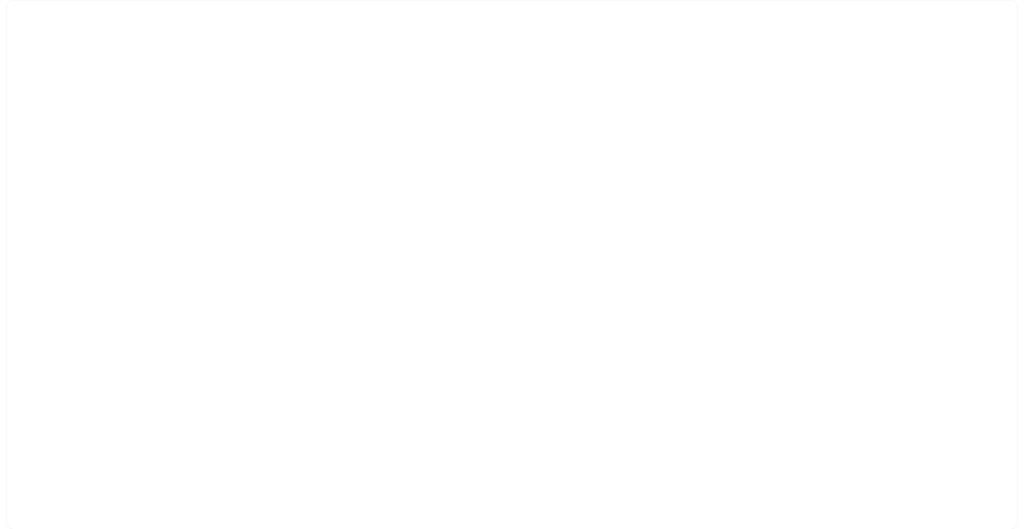
<source format=kicad_pcb>
(kicad_pcb (version 20171130) (host pcbnew "(5.1.4)-1")

  (general
    (thickness 1.6)
    (drawings 8)
    (tracks 0)
    (zones 0)
    (modules 12)
    (nets 13)
  )

  (page A3)
  (layers
    (0 F.Cu signal)
    (31 B.Cu signal)
    (32 B.Adhes user)
    (33 F.Adhes user)
    (34 B.Paste user)
    (35 F.Paste user)
    (36 B.SilkS user)
    (37 F.SilkS user)
    (38 B.Mask user)
    (39 F.Mask user)
    (40 Dwgs.User user)
    (41 Cmts.User user)
    (42 Eco1.User user)
    (43 Eco2.User user)
    (44 Edge.Cuts user)
    (45 Margin user)
    (46 B.CrtYd user)
    (47 F.CrtYd user)
    (48 B.Fab user)
    (49 F.Fab user)
  )

  (setup
    (last_trace_width 0.254)
    (trace_clearance 0.2)
    (zone_clearance 0.508)
    (zone_45_only no)
    (trace_min 0.2)
    (via_size 0.8)
    (via_drill 0.4)
    (via_min_size 0.4)
    (via_min_drill 0.3)
    (uvia_size 0.3)
    (uvia_drill 0.1)
    (uvias_allowed no)
    (uvia_min_size 0.2)
    (uvia_min_drill 0.1)
    (edge_width 0.05)
    (segment_width 0.2)
    (pcb_text_width 0.3)
    (pcb_text_size 1.5 1.5)
    (mod_edge_width 0.12)
    (mod_text_size 1 1)
    (mod_text_width 0.15)
    (pad_size 1.524 1.524)
    (pad_drill 0.762)
    (pad_to_mask_clearance 0.051)
    (solder_mask_min_width 0.25)
    (aux_axis_origin 0 0)
    (visible_elements 7FFFF7FF)
    (pcbplotparams
      (layerselection 0x3dfff_ffffffff)
      (usegerberextensions false)
      (usegerberattributes false)
      (usegerberadvancedattributes false)
      (creategerberjobfile false)
      (excludeedgelayer true)
      (linewidth 0.100000)
      (plotframeref false)
      (viasonmask false)
      (mode 1)
      (useauxorigin false)
      (hpglpennumber 1)
      (hpglpenspeed 20)
      (hpglpendiameter 15.000000)
      (psnegative false)
      (psa4output false)
      (plotreference true)
      (plotvalue true)
      (plotinvisibletext false)
      (padsonsilk false)
      (subtractmaskfromsilk false)
      (outputformat 5)
      (mirror false)
      (drillshape 0)
      (scaleselection 1)
      (outputdirectory "C:/Users/cztrollolcz/Desktop/keeb develop/CZTKeyRev1/bottomAcrylic/export/"))
  )

  (net 0 "")
  (net 1 "Net-(PCB_BC1-Pad1)")
  (net 2 "Net-(PCB_BL1-Pad1)")
  (net 3 "Net-(PCB_BR1-Pad1)")
  (net 4 "Net-(PCB_TC1-Pad1)")
  (net 5 "Net-(PCB_TL1-Pad1)")
  (net 6 "Net-(PCB_TR1-Pad1)")
  (net 7 "Net-(PLATE_BC1-Pad1)")
  (net 8 "Net-(PLATE_BL1-Pad1)")
  (net 9 "Net-(PLATE_BR1-Pad1)")
  (net 10 "Net-(PLATE_TC1-Pad1)")
  (net 11 "Net-(PLATE_TL1-Pad1)")
  (net 12 "Net-(PLATE_TR1-Pad1)")

  (net_class Default "This is the default net class."
    (clearance 0.2)
    (trace_width 0.254)
    (via_dia 0.8)
    (via_drill 0.4)
    (uvia_dia 0.3)
    (uvia_drill 0.1)
    (add_net "Net-(PCB_BC1-Pad1)")
    (add_net "Net-(PCB_BL1-Pad1)")
    (add_net "Net-(PCB_BR1-Pad1)")
    (add_net "Net-(PCB_TC1-Pad1)")
    (add_net "Net-(PCB_TL1-Pad1)")
    (add_net "Net-(PCB_TR1-Pad1)")
    (add_net "Net-(PLATE_BC1-Pad1)")
    (add_net "Net-(PLATE_BL1-Pad1)")
    (add_net "Net-(PLATE_BR1-Pad1)")
    (add_net "Net-(PLATE_TC1-Pad1)")
    (add_net "Net-(PLATE_TL1-Pad1)")
    (add_net "Net-(PLATE_TR1-Pad1)")
  )

  (net_class Power/GND ""
    (clearance 0.2)
    (trace_width 0.381)
    (via_dia 0.8)
    (via_drill 0.4)
    (uvia_dia 0.3)
    (uvia_drill 0.1)
  )

  (module MountingHole:MountingHole_2.2mm_M2 (layer F.Cu) (tedit 56D1B4CB) (tstamp 5FD9239A)
    (at 352.425 180.975)
    (descr "Mounting Hole 2.2mm, no annular, M2")
    (tags "mounting hole 2.2mm no annular m2")
    (path /5FCA4FED)
    (attr virtual)
    (fp_text reference PCB_BR1 (at 0 -3.2) (layer F.SilkS) hide
      (effects (font (size 1 1) (thickness 0.15)))
    )
    (fp_text value MountingHole_Pad (at 0 3.2) (layer F.Fab)
      (effects (font (size 1 1) (thickness 0.15)))
    )
    (fp_circle (center 0 0) (end 2.45 0) (layer F.CrtYd) (width 0.05))
    (fp_circle (center 0 0) (end 2.2 0) (layer Cmts.User) (width 0.15))
    (fp_text user %R (at 0.3 0) (layer F.Fab)
      (effects (font (size 1 1) (thickness 0.15)))
    )
    (pad 1 np_thru_hole circle (at 0 0) (size 2.2 2.2) (drill 2.2) (layers *.Cu *.Mask)
      (net 3 "Net-(PCB_BR1-Pad1)"))
  )

  (module MountingHole:MountingHole_2.2mm_M2 (layer F.Cu) (tedit 56D1B4CB) (tstamp 5FCC7153)
    (at 194.469 180.181)
    (descr "Mounting Hole 2.2mm, no annular, M2")
    (tags "mounting hole 2.2mm no annular m2")
    (path /5FCA4FE3)
    (attr virtual)
    (fp_text reference PCB_BC1 (at 0 -3.2) (layer F.SilkS) hide
      (effects (font (size 1 1) (thickness 0.15)))
    )
    (fp_text value MountingHole_Pad (at 0 3.2) (layer F.Fab)
      (effects (font (size 1 1) (thickness 0.15)))
    )
    (fp_circle (center 0 0) (end 2.45 0) (layer F.CrtYd) (width 0.05))
    (fp_circle (center 0 0) (end 2.2 0) (layer Cmts.User) (width 0.15))
    (fp_text user %R (at 0.3 0) (layer F.Fab)
      (effects (font (size 1 1) (thickness 0.15)))
    )
    (pad 1 np_thru_hole circle (at 0 0) (size 2.2 2.2) (drill 2.2) (layers *.Cu *.Mask)
      (net 1 "Net-(PCB_BC1-Pad1)"))
  )

  (module MountingHole:MountingHole_2.2mm_M2 (layer F.Cu) (tedit 56D1B4CB) (tstamp 5FCFD76A)
    (at 194.469 92.0751)
    (descr "Mounting Hole 2.2mm, no annular, M2")
    (tags "mounting hole 2.2mm no annular m2")
    (path /5FCA4FC5)
    (attr virtual)
    (fp_text reference PCB_TC1 (at 0 -3.2) (layer F.SilkS) hide
      (effects (font (size 1 1) (thickness 0.15)))
    )
    (fp_text value MountingHole_Pad (at 0 3.2) (layer F.Fab)
      (effects (font (size 1 1) (thickness 0.15)))
    )
    (fp_circle (center 0 0) (end 2.45 0) (layer F.CrtYd) (width 0.05))
    (fp_circle (center 0 0) (end 2.2 0) (layer Cmts.User) (width 0.15))
    (fp_text user %R (at 0.3 0) (layer F.Fab)
      (effects (font (size 1 1) (thickness 0.15)))
    )
    (pad 1 np_thru_hole circle (at 0 0) (size 2.2 2.2) (drill 2.2) (layers *.Cu *.Mask)
      (net 4 "Net-(PCB_TC1-Pad1)"))
  )

  (module MountingHole:MountingHole_2.2mm_M2 (layer F.Cu) (tedit 56D1B4CB) (tstamp 5FCC715B)
    (at 35.7188 180.181)
    (descr "Mounting Hole 2.2mm, no annular, M2")
    (tags "mounting hole 2.2mm no annular m2")
    (path /5FCA4FD9)
    (attr virtual)
    (fp_text reference PCB_BL1 (at 0 -3.2) (layer F.SilkS) hide
      (effects (font (size 1 1) (thickness 0.15)))
    )
    (fp_text value MountingHole_Pad (at 0 3.2) (layer F.Fab)
      (effects (font (size 1 1) (thickness 0.15)))
    )
    (fp_circle (center 0 0) (end 2.45 0) (layer F.CrtYd) (width 0.05))
    (fp_circle (center 0 0) (end 2.2 0) (layer Cmts.User) (width 0.15))
    (fp_text user %R (at 0.3 0) (layer F.Fab)
      (effects (font (size 1 1) (thickness 0.15)))
    )
    (pad 1 np_thru_hole circle (at 0 0) (size 2.2 2.2) (drill 2.2) (layers *.Cu *.Mask)
      (net 2 "Net-(PCB_BL1-Pad1)"))
  )

  (module MountingHole:MountingHole_2.2mm_M2 (layer F.Cu) (tedit 56D1B4CB) (tstamp 5FCFFCCB)
    (at 192.881 64.2938)
    (descr "Mounting Hole 2.2mm, no annular, M2")
    (tags "mounting hole 2.2mm no annular m2")
    (path /5FCA4336)
    (attr virtual)
    (fp_text reference PLATE_BC1 (at 0 -3.2) (layer F.SilkS) hide
      (effects (font (size 1 1) (thickness 0.15)))
    )
    (fp_text value MountingHole_Pad (at 0 3.2) (layer F.Fab)
      (effects (font (size 1 1) (thickness 0.15)))
    )
    (fp_circle (center 0 0) (end 2.45 0) (layer F.CrtYd) (width 0.05))
    (fp_circle (center 0 0) (end 2.2 0) (layer Cmts.User) (width 0.15))
    (fp_text user %R (at 0.3 0) (layer F.Fab)
      (effects (font (size 1 1) (thickness 0.15)))
    )
    (pad 1 np_thru_hole circle (at 0 0) (size 2.2 2.2) (drill 2.2) (layers *.Cu *.Mask)
      (net 7 "Net-(PLATE_BC1-Pad1)"))
  )

  (module MountingHole:MountingHole_2.2mm_M2 (layer F.Cu) (tedit 56D1B4CB) (tstamp 5FCC7173)
    (at 24.6063 92.0751)
    (descr "Mounting Hole 2.2mm, no annular, M2")
    (tags "mounting hole 2.2mm no annular m2")
    (path /5FCA4FBB)
    (attr virtual)
    (fp_text reference PCB_TL1 (at 0 -3.2) (layer F.SilkS) hide
      (effects (font (size 1 1) (thickness 0.15)))
    )
    (fp_text value MountingHole_Pad (at 0 3.2) (layer F.Fab)
      (effects (font (size 1 1) (thickness 0.15)))
    )
    (fp_circle (center 0 0) (end 2.45 0) (layer F.CrtYd) (width 0.05))
    (fp_circle (center 0 0) (end 2.2 0) (layer Cmts.User) (width 0.15))
    (fp_text user %R (at 0.3 0) (layer F.Fab)
      (effects (font (size 1 1) (thickness 0.15)))
    )
    (pad 1 np_thru_hole circle (at 0 0) (size 2.2 2.2) (drill 2.2) (layers *.Cu *.Mask)
      (net 5 "Net-(PCB_TL1-Pad1)"))
  )

  (module MountingHole:MountingHole_2.2mm_M2 (layer F.Cu) (tedit 56D1B4CB) (tstamp 5FCC717B)
    (at 352.425 76.9938)
    (descr "Mounting Hole 2.2mm, no annular, M2")
    (tags "mounting hole 2.2mm no annular m2")
    (path /5FCA4FCF)
    (attr virtual)
    (fp_text reference PCB_TR1 (at 0 -3.2) (layer F.SilkS) hide
      (effects (font (size 1 1) (thickness 0.15)))
    )
    (fp_text value MountingHole_Pad (at 0 3.2) (layer F.Fab)
      (effects (font (size 1 1) (thickness 0.15)))
    )
    (fp_circle (center 0 0) (end 2.45 0) (layer F.CrtYd) (width 0.05))
    (fp_circle (center 0 0) (end 2.2 0) (layer Cmts.User) (width 0.15))
    (fp_text user %R (at 0.3 0) (layer F.Fab)
      (effects (font (size 1 1) (thickness 0.15)))
    )
    (pad 1 np_thru_hole circle (at 0 0) (size 2.2 2.2) (drill 2.2) (layers *.Cu *.Mask)
      (net 6 "Net-(PCB_TR1-Pad1)"))
  )

  (module MountingHole:MountingHole_2.2mm_M2 (layer F.Cu) (tedit 56D1B4CB) (tstamp 5FCC7193)
    (at 352.425 63.5001)
    (descr "Mounting Hole 2.2mm, no annular, M2")
    (tags "mounting hole 2.2mm no annular m2")
    (path /5FCA4796)
    (attr virtual)
    (fp_text reference PLATE_BR1 (at 0 -3.2) (layer F.SilkS) hide
      (effects (font (size 1 1) (thickness 0.15)))
    )
    (fp_text value MountingHole_Pad (at 0 3.2) (layer F.Fab)
      (effects (font (size 1 1) (thickness 0.15)))
    )
    (fp_circle (center 0 0) (end 2.45 0) (layer F.CrtYd) (width 0.05))
    (fp_circle (center 0 0) (end 2.2 0) (layer Cmts.User) (width 0.15))
    (fp_text user %R (at 0.3 0) (layer F.Fab)
      (effects (font (size 1 1) (thickness 0.15)))
    )
    (pad 1 np_thru_hole circle (at 0 0) (size 2.2 2.2) (drill 2.2) (layers *.Cu *.Mask)
      (net 9 "Net-(PLATE_BR1-Pad1)"))
  )

  (module MountingHole:MountingHole_2.2mm_M2 (layer F.Cu) (tedit 56D1B4CB) (tstamp 5FCC71AB)
    (at 352.425 19.8438)
    (descr "Mounting Hole 2.2mm, no annular, M2")
    (tags "mounting hole 2.2mm no annular m2")
    (path /5FCA183A)
    (attr virtual)
    (fp_text reference PLATE_TR1 (at 0 -3.2) (layer F.SilkS) hide
      (effects (font (size 1 1) (thickness 0.15)))
    )
    (fp_text value MountingHole_Pad (at 0 3.2) (layer F.Fab)
      (effects (font (size 1 1) (thickness 0.15)))
    )
    (fp_circle (center 0 0) (end 2.45 0) (layer F.CrtYd) (width 0.05))
    (fp_circle (center 0 0) (end 2.2 0) (layer Cmts.User) (width 0.15))
    (fp_text user %R (at 0.3 0) (layer F.Fab)
      (effects (font (size 1 1) (thickness 0.15)))
    )
    (pad 1 np_thru_hole circle (at 0 0) (size 2.2 2.2) (drill 2.2) (layers *.Cu *.Mask)
      (net 12 "Net-(PLATE_TR1-Pad1)"))
  )

  (module MountingHole:MountingHole_2.2mm_M2 (layer F.Cu) (tedit 56D1B4CB) (tstamp 5FCC718B)
    (at 19.05 63.5001)
    (descr "Mounting Hole 2.2mm, no annular, M2")
    (tags "mounting hole 2.2mm no annular m2")
    (path /5FCA3E6E)
    (attr virtual)
    (fp_text reference PLATE_BL1 (at 0 -3.2) (layer F.SilkS) hide
      (effects (font (size 1 1) (thickness 0.15)))
    )
    (fp_text value MountingHole_Pad (at 0 3.2) (layer F.Fab)
      (effects (font (size 1 1) (thickness 0.15)))
    )
    (fp_circle (center 0 0) (end 2.45 0) (layer F.CrtYd) (width 0.05))
    (fp_circle (center 0 0) (end 2.2 0) (layer Cmts.User) (width 0.15))
    (fp_text user %R (at 0.3 0) (layer F.Fab)
      (effects (font (size 1 1) (thickness 0.15)))
    )
    (pad 1 np_thru_hole circle (at 0 0) (size 2.2 2.2) (drill 2.2) (layers *.Cu *.Mask)
      (net 8 "Net-(PLATE_BL1-Pad1)"))
  )

  (module MountingHole:MountingHole_2.2mm_M2 (layer F.Cu) (tedit 56D1B4CB) (tstamp 5FCC71A3)
    (at 19.05 19.8438)
    (descr "Mounting Hole 2.2mm, no annular, M2")
    (tags "mounting hole 2.2mm no annular m2")
    (path /5FC9FDC2)
    (attr virtual)
    (fp_text reference PLATE_TL1 (at 0 -3.2) (layer F.SilkS) hide
      (effects (font (size 1 1) (thickness 0.15)))
    )
    (fp_text value MountingHole_Pad (at 0 3.2) (layer F.Fab)
      (effects (font (size 1 1) (thickness 0.15)))
    )
    (fp_circle (center 0 0) (end 2.45 0) (layer F.CrtYd) (width 0.05))
    (fp_circle (center 0 0) (end 2.2 0) (layer Cmts.User) (width 0.15))
    (fp_text user %R (at 0.3 0) (layer F.Fab)
      (effects (font (size 1 1) (thickness 0.15)))
    )
    (pad 1 np_thru_hole circle (at 0 0) (size 2.2 2.2) (drill 2.2) (layers *.Cu *.Mask)
      (net 11 "Net-(PLATE_TL1-Pad1)"))
  )

  (module MountingHole:MountingHole_2.2mm_M2 (layer F.Cu) (tedit 56D1B4CB) (tstamp 5FCC719B)
    (at 192.087 19.8438)
    (descr "Mounting Hole 2.2mm, no annular, M2")
    (tags "mounting hole 2.2mm no annular m2")
    (path /5FCA10F8)
    (attr virtual)
    (fp_text reference PLATE_TC1 (at 0 -3.2) (layer F.SilkS) hide
      (effects (font (size 1 1) (thickness 0.15)))
    )
    (fp_text value MountingHole_Pad (at 0 3.2) (layer F.Fab)
      (effects (font (size 1 1) (thickness 0.15)))
    )
    (fp_circle (center 0 0) (end 2.45 0) (layer F.CrtYd) (width 0.05))
    (fp_circle (center 0 0) (end 2.2 0) (layer Cmts.User) (width 0.15))
    (fp_text user %R (at 0.3 0) (layer F.Fab)
      (effects (font (size 1 1) (thickness 0.15)))
    )
    (pad 1 np_thru_hole circle (at 0 0) (size 2.2 2.2) (drill 2.2) (layers *.Cu *.Mask)
      (net 10 "Net-(PLATE_TC1-Pad1)"))
  )

  (gr_arc (start 354.80625 17.4625) (end 357.1875 17.4625) (angle -90) (layer Edge.Cuts) (width 0.05))
  (gr_line (start 16.66875 15.08125) (end 354.80625 15.08125) (layer Edge.Cuts) (width 0.05) (tstamp 5FCCB250))
  (gr_arc (start 16.66875 17.4625) (end 16.66875 15.08125) (angle -90) (layer Edge.Cuts) (width 0.05))
  (gr_line (start 357.1875 192.0875) (end 357.1875 17.4625) (layer Edge.Cuts) (width 0.05))
  (gr_arc (start 354.80625 192.0875) (end 354.80625 194.46875) (angle -90) (layer Edge.Cuts) (width 0.05))
  (gr_line (start 16.66875 194.46875) (end 354.80625 194.46875) (layer Edge.Cuts) (width 0.05))
  (gr_arc (start 16.66875 192.0875) (end 14.2875 192.0875) (angle -90) (layer Edge.Cuts) (width 0.05))
  (gr_line (start 14.2875 17.4625) (end 14.2875 192.0875) (layer Edge.Cuts) (width 0.05))

)

</source>
